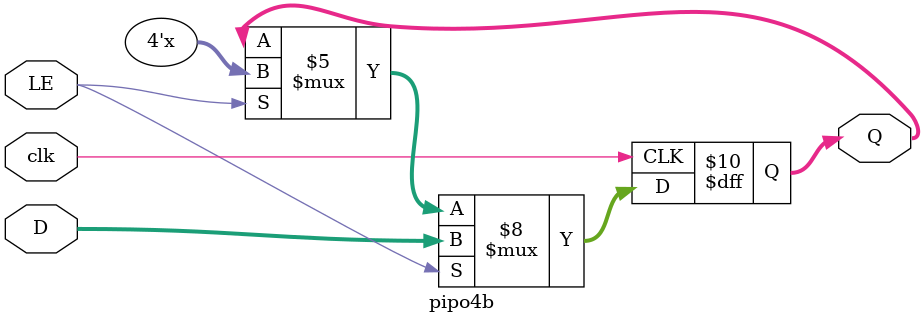
<source format=v>
module pipo4b (D,LE,clk,Q);
	input [3:0]D;
	input LE,clk;
	output [3:0]Q;
	
reg [3:0]Q;

always @(negedge clk)
begin
	if(LE==1'b1)
		Q<=D;
	else if (LE==1'b0)
		Q<=Q;
	else
		Q<=4'bzzzz;
end
endmodule

</source>
